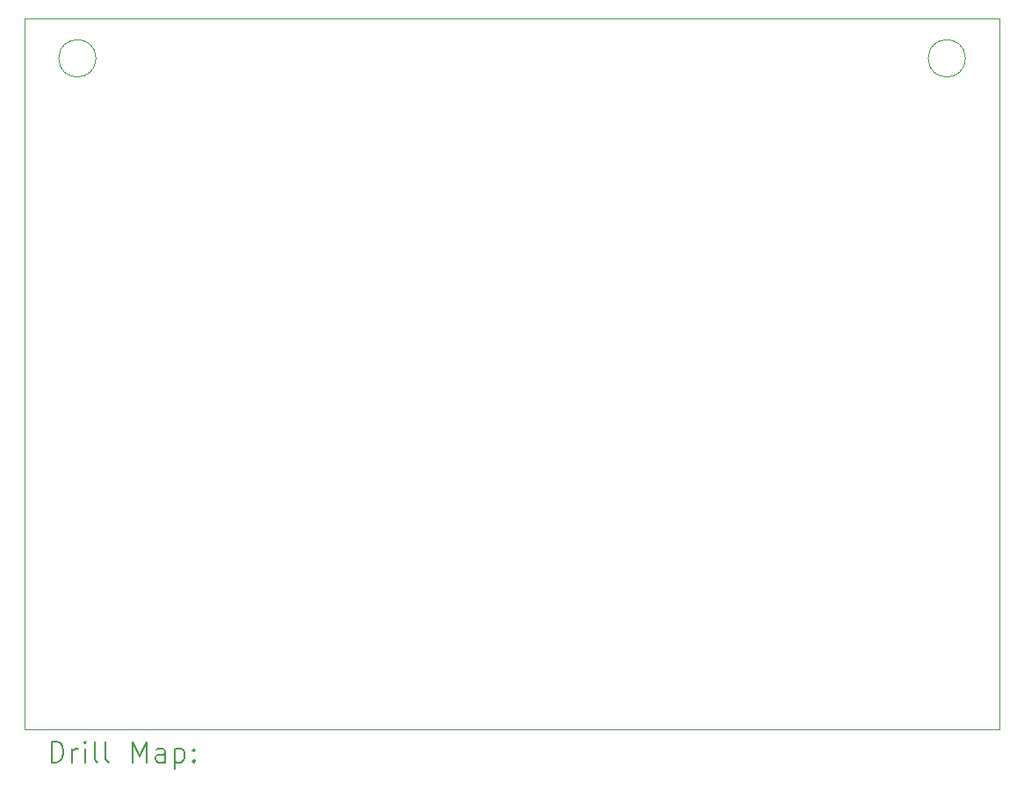
<source format=gbr>
%TF.GenerationSoftware,KiCad,Pcbnew,8.0.8-8.0.8-0~ubuntu24.10.1*%
%TF.CreationDate,2025-03-16T16:58:09+01:00*%
%TF.ProjectId,nimbus_pcb_2,6e696d62-7573-45f7-9063-625f322e6b69,rev?*%
%TF.SameCoordinates,Original*%
%TF.FileFunction,Drillmap*%
%TF.FilePolarity,Positive*%
%FSLAX45Y45*%
G04 Gerber Fmt 4.5, Leading zero omitted, Abs format (unit mm)*
G04 Created by KiCad (PCBNEW 8.0.8-8.0.8-0~ubuntu24.10.1) date 2025-03-16 16:58:09*
%MOMM*%
%LPD*%
G01*
G04 APERTURE LIST*
%ADD10C,0.050000*%
%ADD11C,0.200000*%
G04 APERTURE END LIST*
D10*
X15800605Y-9652000D02*
G75*
G02*
X15441395Y-9652000I-179605J0D01*
G01*
X15441395Y-9652000D02*
G75*
G02*
X15800605Y-9652000I179605J0D01*
G01*
X6731000Y-9271000D02*
X16129000Y-9271000D01*
X16129000Y-16129000D01*
X6731000Y-16129000D01*
X6731000Y-9271000D01*
X7418605Y-9652000D02*
G75*
G02*
X7059395Y-9652000I-179605J0D01*
G01*
X7059395Y-9652000D02*
G75*
G02*
X7418605Y-9652000I179605J0D01*
G01*
D11*
X6989277Y-16442984D02*
X6989277Y-16242984D01*
X6989277Y-16242984D02*
X7036896Y-16242984D01*
X7036896Y-16242984D02*
X7065467Y-16252508D01*
X7065467Y-16252508D02*
X7084515Y-16271555D01*
X7084515Y-16271555D02*
X7094039Y-16290603D01*
X7094039Y-16290603D02*
X7103562Y-16328698D01*
X7103562Y-16328698D02*
X7103562Y-16357269D01*
X7103562Y-16357269D02*
X7094039Y-16395365D01*
X7094039Y-16395365D02*
X7084515Y-16414412D01*
X7084515Y-16414412D02*
X7065467Y-16433460D01*
X7065467Y-16433460D02*
X7036896Y-16442984D01*
X7036896Y-16442984D02*
X6989277Y-16442984D01*
X7189277Y-16442984D02*
X7189277Y-16309650D01*
X7189277Y-16347746D02*
X7198801Y-16328698D01*
X7198801Y-16328698D02*
X7208324Y-16319174D01*
X7208324Y-16319174D02*
X7227372Y-16309650D01*
X7227372Y-16309650D02*
X7246420Y-16309650D01*
X7313086Y-16442984D02*
X7313086Y-16309650D01*
X7313086Y-16242984D02*
X7303562Y-16252508D01*
X7303562Y-16252508D02*
X7313086Y-16262031D01*
X7313086Y-16262031D02*
X7322610Y-16252508D01*
X7322610Y-16252508D02*
X7313086Y-16242984D01*
X7313086Y-16242984D02*
X7313086Y-16262031D01*
X7436896Y-16442984D02*
X7417848Y-16433460D01*
X7417848Y-16433460D02*
X7408324Y-16414412D01*
X7408324Y-16414412D02*
X7408324Y-16242984D01*
X7541658Y-16442984D02*
X7522610Y-16433460D01*
X7522610Y-16433460D02*
X7513086Y-16414412D01*
X7513086Y-16414412D02*
X7513086Y-16242984D01*
X7770229Y-16442984D02*
X7770229Y-16242984D01*
X7770229Y-16242984D02*
X7836896Y-16385841D01*
X7836896Y-16385841D02*
X7903562Y-16242984D01*
X7903562Y-16242984D02*
X7903562Y-16442984D01*
X8084515Y-16442984D02*
X8084515Y-16338222D01*
X8084515Y-16338222D02*
X8074991Y-16319174D01*
X8074991Y-16319174D02*
X8055943Y-16309650D01*
X8055943Y-16309650D02*
X8017848Y-16309650D01*
X8017848Y-16309650D02*
X7998801Y-16319174D01*
X8084515Y-16433460D02*
X8065467Y-16442984D01*
X8065467Y-16442984D02*
X8017848Y-16442984D01*
X8017848Y-16442984D02*
X7998801Y-16433460D01*
X7998801Y-16433460D02*
X7989277Y-16414412D01*
X7989277Y-16414412D02*
X7989277Y-16395365D01*
X7989277Y-16395365D02*
X7998801Y-16376317D01*
X7998801Y-16376317D02*
X8017848Y-16366793D01*
X8017848Y-16366793D02*
X8065467Y-16366793D01*
X8065467Y-16366793D02*
X8084515Y-16357269D01*
X8179753Y-16309650D02*
X8179753Y-16509650D01*
X8179753Y-16319174D02*
X8198801Y-16309650D01*
X8198801Y-16309650D02*
X8236896Y-16309650D01*
X8236896Y-16309650D02*
X8255943Y-16319174D01*
X8255943Y-16319174D02*
X8265467Y-16328698D01*
X8265467Y-16328698D02*
X8274991Y-16347746D01*
X8274991Y-16347746D02*
X8274991Y-16404888D01*
X8274991Y-16404888D02*
X8265467Y-16423936D01*
X8265467Y-16423936D02*
X8255943Y-16433460D01*
X8255943Y-16433460D02*
X8236896Y-16442984D01*
X8236896Y-16442984D02*
X8198801Y-16442984D01*
X8198801Y-16442984D02*
X8179753Y-16433460D01*
X8360705Y-16423936D02*
X8370229Y-16433460D01*
X8370229Y-16433460D02*
X8360705Y-16442984D01*
X8360705Y-16442984D02*
X8351182Y-16433460D01*
X8351182Y-16433460D02*
X8360705Y-16423936D01*
X8360705Y-16423936D02*
X8360705Y-16442984D01*
X8360705Y-16319174D02*
X8370229Y-16328698D01*
X8370229Y-16328698D02*
X8360705Y-16338222D01*
X8360705Y-16338222D02*
X8351182Y-16328698D01*
X8351182Y-16328698D02*
X8360705Y-16319174D01*
X8360705Y-16319174D02*
X8360705Y-16338222D01*
M02*

</source>
